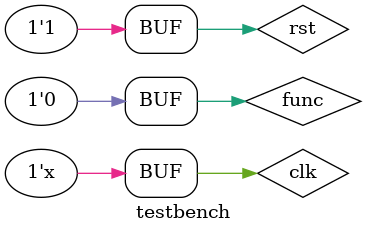
<source format=v>
`timescale 1ns / 1ps

module testbench();

reg clk;
initial clk = 0;
always #5 clk = ~clk;


reg rst, func;
initial begin
rst = 0;
func = 0;
#10000
rst = 1;
func = 1;
#2500000
rst = 0;
func = 0;
#10000
rst = 1;
func = 0;
end


wire [3:0] red_out;
wire [3:0] green_out;
wire [3:0] blue_out;
wire hsync_out;
wire vsync_out;
top top(clk, rst, func, red_out, green_out, blue_out, hsync_out, vsync_out);


endmodule

</source>
